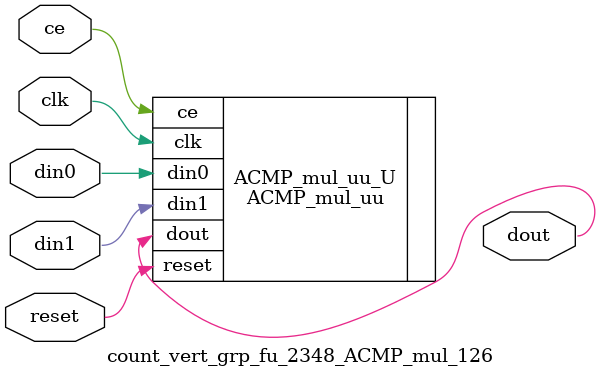
<source format=v>

`timescale 1 ns / 1 ps
module count_vert_grp_fu_2348_ACMP_mul_126(
    clk,
    reset,
    ce,
    din0,
    din1,
    dout);

parameter ID = 32'd1;
parameter NUM_STAGE = 32'd1;
parameter din0_WIDTH = 32'd1;
parameter din1_WIDTH = 32'd1;
parameter dout_WIDTH = 32'd1;
input clk;
input reset;
input ce;
input[din0_WIDTH - 1:0] din0;
input[din1_WIDTH - 1:0] din1;
output[dout_WIDTH - 1:0] dout;



ACMP_mul_uu #(
.ID( ID ),
.NUM_STAGE( 3 ),
.din0_WIDTH( din0_WIDTH ),
.din1_WIDTH( din1_WIDTH ),
.dout_WIDTH( dout_WIDTH ))
ACMP_mul_uu_U(
    .clk( clk ),
    .reset( reset ),
    .ce( ce ),
    .din0( din0 ),
    .din1( din1 ),
    .dout( dout ));

endmodule

</source>
